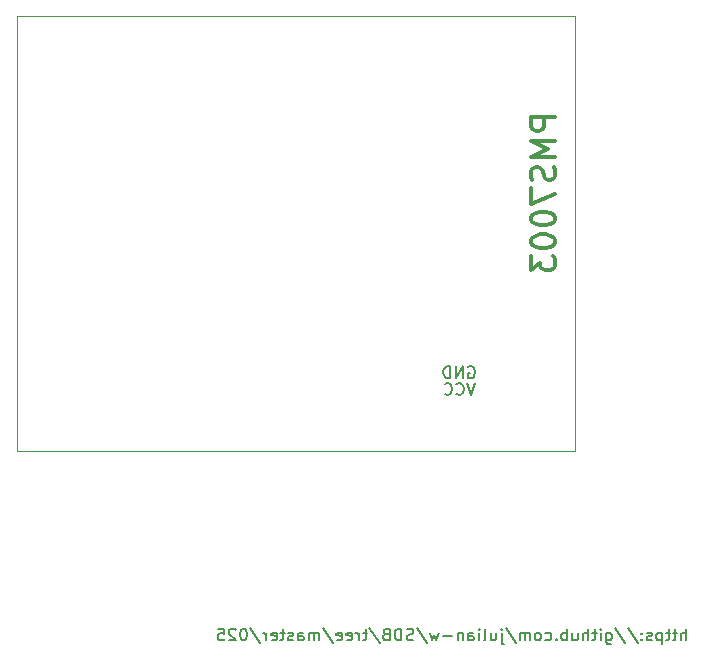
<source format=gbo>
G04 #@! TF.GenerationSoftware,KiCad,Pcbnew,(5.1.9)-1*
G04 #@! TF.CreationDate,2021-04-19T10:18:59+02:00*
G04 #@! TF.ProjectId,esp32-light-controller,65737033-322d-46c6-9967-68742d636f6e,rev?*
G04 #@! TF.SameCoordinates,Original*
G04 #@! TF.FileFunction,Legend,Bot*
G04 #@! TF.FilePolarity,Positive*
%FSLAX46Y46*%
G04 Gerber Fmt 4.6, Leading zero omitted, Abs format (unit mm)*
G04 Created by KiCad (PCBNEW (5.1.9)-1) date 2021-04-19 10:18:59*
%MOMM*%
%LPD*%
G01*
G04 APERTURE LIST*
%ADD10C,0.150000*%
%ADD11C,0.300000*%
%ADD12C,0.120000*%
%ADD13C,3.200000*%
%ADD14C,1.500000*%
%ADD15R,1.500000X1.500000*%
%ADD16C,1.000000*%
%ADD17O,1.700000X1.700000*%
%ADD18R,1.700000X1.700000*%
%ADD19C,4.000000*%
%ADD20C,1.600000*%
%ADD21R,1.600000X1.600000*%
%ADD22R,3.500000X3.500000*%
%ADD23C,2.400000*%
G04 APERTURE END LIST*
D10*
X119209523Y-147852380D02*
X119209523Y-146852380D01*
X118780952Y-147852380D02*
X118780952Y-147328571D01*
X118828571Y-147233333D01*
X118923809Y-147185714D01*
X119066666Y-147185714D01*
X119161904Y-147233333D01*
X119209523Y-147280952D01*
X118447619Y-147185714D02*
X118066666Y-147185714D01*
X118304761Y-146852380D02*
X118304761Y-147709523D01*
X118257142Y-147804761D01*
X118161904Y-147852380D01*
X118066666Y-147852380D01*
X117876190Y-147185714D02*
X117495238Y-147185714D01*
X117733333Y-146852380D02*
X117733333Y-147709523D01*
X117685714Y-147804761D01*
X117590476Y-147852380D01*
X117495238Y-147852380D01*
X117161904Y-147185714D02*
X117161904Y-148185714D01*
X117161904Y-147233333D02*
X117066666Y-147185714D01*
X116876190Y-147185714D01*
X116780952Y-147233333D01*
X116733333Y-147280952D01*
X116685714Y-147376190D01*
X116685714Y-147661904D01*
X116733333Y-147757142D01*
X116780952Y-147804761D01*
X116876190Y-147852380D01*
X117066666Y-147852380D01*
X117161904Y-147804761D01*
X116304761Y-147804761D02*
X116209523Y-147852380D01*
X116019047Y-147852380D01*
X115923809Y-147804761D01*
X115876190Y-147709523D01*
X115876190Y-147661904D01*
X115923809Y-147566666D01*
X116019047Y-147519047D01*
X116161904Y-147519047D01*
X116257142Y-147471428D01*
X116304761Y-147376190D01*
X116304761Y-147328571D01*
X116257142Y-147233333D01*
X116161904Y-147185714D01*
X116019047Y-147185714D01*
X115923809Y-147233333D01*
X115447619Y-147757142D02*
X115400000Y-147804761D01*
X115447619Y-147852380D01*
X115495238Y-147804761D01*
X115447619Y-147757142D01*
X115447619Y-147852380D01*
X115447619Y-147233333D02*
X115400000Y-147280952D01*
X115447619Y-147328571D01*
X115495238Y-147280952D01*
X115447619Y-147233333D01*
X115447619Y-147328571D01*
X114257142Y-146804761D02*
X115114285Y-148090476D01*
X113209523Y-146804761D02*
X114066666Y-148090476D01*
X112447619Y-147185714D02*
X112447619Y-147995238D01*
X112495238Y-148090476D01*
X112542857Y-148138095D01*
X112638095Y-148185714D01*
X112780952Y-148185714D01*
X112876190Y-148138095D01*
X112447619Y-147804761D02*
X112542857Y-147852380D01*
X112733333Y-147852380D01*
X112828571Y-147804761D01*
X112876190Y-147757142D01*
X112923809Y-147661904D01*
X112923809Y-147376190D01*
X112876190Y-147280952D01*
X112828571Y-147233333D01*
X112733333Y-147185714D01*
X112542857Y-147185714D01*
X112447619Y-147233333D01*
X111971428Y-147852380D02*
X111971428Y-147185714D01*
X111971428Y-146852380D02*
X112019047Y-146900000D01*
X111971428Y-146947619D01*
X111923809Y-146900000D01*
X111971428Y-146852380D01*
X111971428Y-146947619D01*
X111638095Y-147185714D02*
X111257142Y-147185714D01*
X111495238Y-146852380D02*
X111495238Y-147709523D01*
X111447619Y-147804761D01*
X111352380Y-147852380D01*
X111257142Y-147852380D01*
X110923809Y-147852380D02*
X110923809Y-146852380D01*
X110495238Y-147852380D02*
X110495238Y-147328571D01*
X110542857Y-147233333D01*
X110638095Y-147185714D01*
X110780952Y-147185714D01*
X110876190Y-147233333D01*
X110923809Y-147280952D01*
X109590476Y-147185714D02*
X109590476Y-147852380D01*
X110019047Y-147185714D02*
X110019047Y-147709523D01*
X109971428Y-147804761D01*
X109876190Y-147852380D01*
X109733333Y-147852380D01*
X109638095Y-147804761D01*
X109590476Y-147757142D01*
X109114285Y-147852380D02*
X109114285Y-146852380D01*
X109114285Y-147233333D02*
X109019047Y-147185714D01*
X108828571Y-147185714D01*
X108733333Y-147233333D01*
X108685714Y-147280952D01*
X108638095Y-147376190D01*
X108638095Y-147661904D01*
X108685714Y-147757142D01*
X108733333Y-147804761D01*
X108828571Y-147852380D01*
X109019047Y-147852380D01*
X109114285Y-147804761D01*
X108209523Y-147757142D02*
X108161904Y-147804761D01*
X108209523Y-147852380D01*
X108257142Y-147804761D01*
X108209523Y-147757142D01*
X108209523Y-147852380D01*
X107304761Y-147804761D02*
X107400000Y-147852380D01*
X107590476Y-147852380D01*
X107685714Y-147804761D01*
X107733333Y-147757142D01*
X107780952Y-147661904D01*
X107780952Y-147376190D01*
X107733333Y-147280952D01*
X107685714Y-147233333D01*
X107590476Y-147185714D01*
X107400000Y-147185714D01*
X107304761Y-147233333D01*
X106733333Y-147852380D02*
X106828571Y-147804761D01*
X106876190Y-147757142D01*
X106923809Y-147661904D01*
X106923809Y-147376190D01*
X106876190Y-147280952D01*
X106828571Y-147233333D01*
X106733333Y-147185714D01*
X106590476Y-147185714D01*
X106495238Y-147233333D01*
X106447619Y-147280952D01*
X106400000Y-147376190D01*
X106400000Y-147661904D01*
X106447619Y-147757142D01*
X106495238Y-147804761D01*
X106590476Y-147852380D01*
X106733333Y-147852380D01*
X105971428Y-147852380D02*
X105971428Y-147185714D01*
X105971428Y-147280952D02*
X105923809Y-147233333D01*
X105828571Y-147185714D01*
X105685714Y-147185714D01*
X105590476Y-147233333D01*
X105542857Y-147328571D01*
X105542857Y-147852380D01*
X105542857Y-147328571D02*
X105495238Y-147233333D01*
X105400000Y-147185714D01*
X105257142Y-147185714D01*
X105161904Y-147233333D01*
X105114285Y-147328571D01*
X105114285Y-147852380D01*
X103923809Y-146804761D02*
X104780952Y-148090476D01*
X103590476Y-147185714D02*
X103590476Y-148042857D01*
X103638095Y-148138095D01*
X103733333Y-148185714D01*
X103780952Y-148185714D01*
X103590476Y-146852380D02*
X103638095Y-146900000D01*
X103590476Y-146947619D01*
X103542857Y-146900000D01*
X103590476Y-146852380D01*
X103590476Y-146947619D01*
X102685714Y-147185714D02*
X102685714Y-147852380D01*
X103114285Y-147185714D02*
X103114285Y-147709523D01*
X103066666Y-147804761D01*
X102971428Y-147852380D01*
X102828571Y-147852380D01*
X102733333Y-147804761D01*
X102685714Y-147757142D01*
X102066666Y-147852380D02*
X102161904Y-147804761D01*
X102209523Y-147709523D01*
X102209523Y-146852380D01*
X101685714Y-147852380D02*
X101685714Y-147185714D01*
X101685714Y-146852380D02*
X101733333Y-146900000D01*
X101685714Y-146947619D01*
X101638095Y-146900000D01*
X101685714Y-146852380D01*
X101685714Y-146947619D01*
X100780952Y-147852380D02*
X100780952Y-147328571D01*
X100828571Y-147233333D01*
X100923809Y-147185714D01*
X101114285Y-147185714D01*
X101209523Y-147233333D01*
X100780952Y-147804761D02*
X100876190Y-147852380D01*
X101114285Y-147852380D01*
X101209523Y-147804761D01*
X101257142Y-147709523D01*
X101257142Y-147614285D01*
X101209523Y-147519047D01*
X101114285Y-147471428D01*
X100876190Y-147471428D01*
X100780952Y-147423809D01*
X100304761Y-147185714D02*
X100304761Y-147852380D01*
X100304761Y-147280952D02*
X100257142Y-147233333D01*
X100161904Y-147185714D01*
X100019047Y-147185714D01*
X99923809Y-147233333D01*
X99876190Y-147328571D01*
X99876190Y-147852380D01*
X99400000Y-147471428D02*
X98638095Y-147471428D01*
X98257142Y-147185714D02*
X98066666Y-147852380D01*
X97876190Y-147376190D01*
X97685714Y-147852380D01*
X97495238Y-147185714D01*
X96400000Y-146804761D02*
X97257142Y-148090476D01*
X96114285Y-147804761D02*
X95971428Y-147852380D01*
X95733333Y-147852380D01*
X95638095Y-147804761D01*
X95590476Y-147757142D01*
X95542857Y-147661904D01*
X95542857Y-147566666D01*
X95590476Y-147471428D01*
X95638095Y-147423809D01*
X95733333Y-147376190D01*
X95923809Y-147328571D01*
X96019047Y-147280952D01*
X96066666Y-147233333D01*
X96114285Y-147138095D01*
X96114285Y-147042857D01*
X96066666Y-146947619D01*
X96019047Y-146900000D01*
X95923809Y-146852380D01*
X95685714Y-146852380D01*
X95542857Y-146900000D01*
X95114285Y-147852380D02*
X95114285Y-146852380D01*
X94876190Y-146852380D01*
X94733333Y-146900000D01*
X94638095Y-146995238D01*
X94590476Y-147090476D01*
X94542857Y-147280952D01*
X94542857Y-147423809D01*
X94590476Y-147614285D01*
X94638095Y-147709523D01*
X94733333Y-147804761D01*
X94876190Y-147852380D01*
X95114285Y-147852380D01*
X93780952Y-147328571D02*
X93638095Y-147376190D01*
X93590476Y-147423809D01*
X93542857Y-147519047D01*
X93542857Y-147661904D01*
X93590476Y-147757142D01*
X93638095Y-147804761D01*
X93733333Y-147852380D01*
X94114285Y-147852380D01*
X94114285Y-146852380D01*
X93780952Y-146852380D01*
X93685714Y-146900000D01*
X93638095Y-146947619D01*
X93590476Y-147042857D01*
X93590476Y-147138095D01*
X93638095Y-147233333D01*
X93685714Y-147280952D01*
X93780952Y-147328571D01*
X94114285Y-147328571D01*
X92400000Y-146804761D02*
X93257142Y-148090476D01*
X92209523Y-147185714D02*
X91828571Y-147185714D01*
X92066666Y-146852380D02*
X92066666Y-147709523D01*
X92019047Y-147804761D01*
X91923809Y-147852380D01*
X91828571Y-147852380D01*
X91495238Y-147852380D02*
X91495238Y-147185714D01*
X91495238Y-147376190D02*
X91447619Y-147280952D01*
X91400000Y-147233333D01*
X91304761Y-147185714D01*
X91209523Y-147185714D01*
X90495238Y-147804761D02*
X90590476Y-147852380D01*
X90780952Y-147852380D01*
X90876190Y-147804761D01*
X90923809Y-147709523D01*
X90923809Y-147328571D01*
X90876190Y-147233333D01*
X90780952Y-147185714D01*
X90590476Y-147185714D01*
X90495238Y-147233333D01*
X90447619Y-147328571D01*
X90447619Y-147423809D01*
X90923809Y-147519047D01*
X89638095Y-147804761D02*
X89733333Y-147852380D01*
X89923809Y-147852380D01*
X90019047Y-147804761D01*
X90066666Y-147709523D01*
X90066666Y-147328571D01*
X90019047Y-147233333D01*
X89923809Y-147185714D01*
X89733333Y-147185714D01*
X89638095Y-147233333D01*
X89590476Y-147328571D01*
X89590476Y-147423809D01*
X90066666Y-147519047D01*
X88447619Y-146804761D02*
X89304761Y-148090476D01*
X88114285Y-147852380D02*
X88114285Y-147185714D01*
X88114285Y-147280952D02*
X88066666Y-147233333D01*
X87971428Y-147185714D01*
X87828571Y-147185714D01*
X87733333Y-147233333D01*
X87685714Y-147328571D01*
X87685714Y-147852380D01*
X87685714Y-147328571D02*
X87638095Y-147233333D01*
X87542857Y-147185714D01*
X87400000Y-147185714D01*
X87304761Y-147233333D01*
X87257142Y-147328571D01*
X87257142Y-147852380D01*
X86352380Y-147852380D02*
X86352380Y-147328571D01*
X86400000Y-147233333D01*
X86495238Y-147185714D01*
X86685714Y-147185714D01*
X86780952Y-147233333D01*
X86352380Y-147804761D02*
X86447619Y-147852380D01*
X86685714Y-147852380D01*
X86780952Y-147804761D01*
X86828571Y-147709523D01*
X86828571Y-147614285D01*
X86780952Y-147519047D01*
X86685714Y-147471428D01*
X86447619Y-147471428D01*
X86352380Y-147423809D01*
X85923809Y-147804761D02*
X85828571Y-147852380D01*
X85638095Y-147852380D01*
X85542857Y-147804761D01*
X85495238Y-147709523D01*
X85495238Y-147661904D01*
X85542857Y-147566666D01*
X85638095Y-147519047D01*
X85780952Y-147519047D01*
X85876190Y-147471428D01*
X85923809Y-147376190D01*
X85923809Y-147328571D01*
X85876190Y-147233333D01*
X85780952Y-147185714D01*
X85638095Y-147185714D01*
X85542857Y-147233333D01*
X85209523Y-147185714D02*
X84828571Y-147185714D01*
X85066666Y-146852380D02*
X85066666Y-147709523D01*
X85019047Y-147804761D01*
X84923809Y-147852380D01*
X84828571Y-147852380D01*
X84114285Y-147804761D02*
X84209523Y-147852380D01*
X84400000Y-147852380D01*
X84495238Y-147804761D01*
X84542857Y-147709523D01*
X84542857Y-147328571D01*
X84495238Y-147233333D01*
X84400000Y-147185714D01*
X84209523Y-147185714D01*
X84114285Y-147233333D01*
X84066666Y-147328571D01*
X84066666Y-147423809D01*
X84542857Y-147519047D01*
X83638095Y-147852380D02*
X83638095Y-147185714D01*
X83638095Y-147376190D02*
X83590476Y-147280952D01*
X83542857Y-147233333D01*
X83447619Y-147185714D01*
X83352380Y-147185714D01*
X82304761Y-146804761D02*
X83161904Y-148090476D01*
X81780952Y-146852380D02*
X81685714Y-146852380D01*
X81590476Y-146900000D01*
X81542857Y-146947619D01*
X81495238Y-147042857D01*
X81447619Y-147233333D01*
X81447619Y-147471428D01*
X81495238Y-147661904D01*
X81542857Y-147757142D01*
X81590476Y-147804761D01*
X81685714Y-147852380D01*
X81780952Y-147852380D01*
X81876190Y-147804761D01*
X81923809Y-147757142D01*
X81971428Y-147661904D01*
X82019047Y-147471428D01*
X82019047Y-147233333D01*
X81971428Y-147042857D01*
X81923809Y-146947619D01*
X81876190Y-146900000D01*
X81780952Y-146852380D01*
X81066666Y-146947619D02*
X81019047Y-146900000D01*
X80923809Y-146852380D01*
X80685714Y-146852380D01*
X80590476Y-146900000D01*
X80542857Y-146947619D01*
X80495238Y-147042857D01*
X80495238Y-147138095D01*
X80542857Y-147280952D01*
X81114285Y-147852380D01*
X80495238Y-147852380D01*
X79590476Y-146852380D02*
X80066666Y-146852380D01*
X80114285Y-147328571D01*
X80066666Y-147280952D01*
X79971428Y-147233333D01*
X79733333Y-147233333D01*
X79638095Y-147280952D01*
X79590476Y-147328571D01*
X79542857Y-147423809D01*
X79542857Y-147661904D01*
X79590476Y-147757142D01*
X79638095Y-147804761D01*
X79733333Y-147852380D01*
X79971428Y-147852380D01*
X80066666Y-147804761D01*
X80114285Y-147757142D01*
X100761904Y-124700000D02*
X100857142Y-124652380D01*
X101000000Y-124652380D01*
X101142857Y-124700000D01*
X101238095Y-124795238D01*
X101285714Y-124890476D01*
X101333333Y-125080952D01*
X101333333Y-125223809D01*
X101285714Y-125414285D01*
X101238095Y-125509523D01*
X101142857Y-125604761D01*
X101000000Y-125652380D01*
X100904761Y-125652380D01*
X100761904Y-125604761D01*
X100714285Y-125557142D01*
X100714285Y-125223809D01*
X100904761Y-125223809D01*
X100285714Y-125652380D02*
X100285714Y-124652380D01*
X99714285Y-125652380D01*
X99714285Y-124652380D01*
X99238095Y-125652380D02*
X99238095Y-124652380D01*
X99000000Y-124652380D01*
X98857142Y-124700000D01*
X98761904Y-124795238D01*
X98714285Y-124890476D01*
X98666666Y-125080952D01*
X98666666Y-125223809D01*
X98714285Y-125414285D01*
X98761904Y-125509523D01*
X98857142Y-125604761D01*
X99000000Y-125652380D01*
X99238095Y-125652380D01*
X101333333Y-126052380D02*
X101000000Y-127052380D01*
X100666666Y-126052380D01*
X99761904Y-126957142D02*
X99809523Y-127004761D01*
X99952380Y-127052380D01*
X100047619Y-127052380D01*
X100190476Y-127004761D01*
X100285714Y-126909523D01*
X100333333Y-126814285D01*
X100380952Y-126623809D01*
X100380952Y-126480952D01*
X100333333Y-126290476D01*
X100285714Y-126195238D01*
X100190476Y-126100000D01*
X100047619Y-126052380D01*
X99952380Y-126052380D01*
X99809523Y-126100000D01*
X99761904Y-126147619D01*
X98761904Y-126957142D02*
X98809523Y-127004761D01*
X98952380Y-127052380D01*
X99047619Y-127052380D01*
X99190476Y-127004761D01*
X99285714Y-126909523D01*
X99333333Y-126814285D01*
X99380952Y-126623809D01*
X99380952Y-126480952D01*
X99333333Y-126290476D01*
X99285714Y-126195238D01*
X99190476Y-126100000D01*
X99047619Y-126052380D01*
X98952380Y-126052380D01*
X98809523Y-126100000D01*
X98761904Y-126147619D01*
D11*
X108104761Y-103571428D02*
X106104761Y-103571428D01*
X106104761Y-104333333D01*
X106200000Y-104523809D01*
X106295238Y-104619047D01*
X106485714Y-104714285D01*
X106771428Y-104714285D01*
X106961904Y-104619047D01*
X107057142Y-104523809D01*
X107152380Y-104333333D01*
X107152380Y-103571428D01*
X108104761Y-105571428D02*
X106104761Y-105571428D01*
X107533333Y-106238095D01*
X106104761Y-106904761D01*
X108104761Y-106904761D01*
X108009523Y-107761904D02*
X108104761Y-108047619D01*
X108104761Y-108523809D01*
X108009523Y-108714285D01*
X107914285Y-108809523D01*
X107723809Y-108904761D01*
X107533333Y-108904761D01*
X107342857Y-108809523D01*
X107247619Y-108714285D01*
X107152380Y-108523809D01*
X107057142Y-108142857D01*
X106961904Y-107952380D01*
X106866666Y-107857142D01*
X106676190Y-107761904D01*
X106485714Y-107761904D01*
X106295238Y-107857142D01*
X106200000Y-107952380D01*
X106104761Y-108142857D01*
X106104761Y-108619047D01*
X106200000Y-108904761D01*
X106104761Y-109571428D02*
X106104761Y-110904761D01*
X108104761Y-110047619D01*
X106104761Y-112047619D02*
X106104761Y-112238095D01*
X106200000Y-112428571D01*
X106295238Y-112523809D01*
X106485714Y-112619047D01*
X106866666Y-112714285D01*
X107342857Y-112714285D01*
X107723809Y-112619047D01*
X107914285Y-112523809D01*
X108009523Y-112428571D01*
X108104761Y-112238095D01*
X108104761Y-112047619D01*
X108009523Y-111857142D01*
X107914285Y-111761904D01*
X107723809Y-111666666D01*
X107342857Y-111571428D01*
X106866666Y-111571428D01*
X106485714Y-111666666D01*
X106295238Y-111761904D01*
X106200000Y-111857142D01*
X106104761Y-112047619D01*
X106104761Y-113952380D02*
X106104761Y-114142857D01*
X106200000Y-114333333D01*
X106295238Y-114428571D01*
X106485714Y-114523809D01*
X106866666Y-114619047D01*
X107342857Y-114619047D01*
X107723809Y-114523809D01*
X107914285Y-114428571D01*
X108009523Y-114333333D01*
X108104761Y-114142857D01*
X108104761Y-113952380D01*
X108009523Y-113761904D01*
X107914285Y-113666666D01*
X107723809Y-113571428D01*
X107342857Y-113476190D01*
X106866666Y-113476190D01*
X106485714Y-113571428D01*
X106295238Y-113666666D01*
X106200000Y-113761904D01*
X106104761Y-113952380D01*
X106104761Y-115285714D02*
X106104761Y-116523809D01*
X106866666Y-115857142D01*
X106866666Y-116142857D01*
X106961904Y-116333333D01*
X107057142Y-116428571D01*
X107247619Y-116523809D01*
X107723809Y-116523809D01*
X107914285Y-116428571D01*
X108009523Y-116333333D01*
X108104761Y-116142857D01*
X108104761Y-115571428D01*
X108009523Y-115380952D01*
X107914285Y-115285714D01*
D12*
X62600000Y-131800000D02*
X109800000Y-131800000D01*
X62600000Y-95000000D02*
X62600000Y-131800000D01*
X109800000Y-95000000D02*
X62600000Y-95000000D01*
X109800000Y-131800000D02*
X109800000Y-95000000D01*
%LPC*%
D13*
X55000000Y-145000000D03*
X183000000Y-60000000D03*
X183000000Y-145000000D03*
X55000000Y-60000000D03*
D14*
X114720000Y-136500000D03*
X112180000Y-136500000D03*
X109640000Y-136500000D03*
D15*
X107100000Y-136500000D03*
D16*
X103320000Y-126440000D03*
X103320000Y-125170000D03*
X103320000Y-123900000D03*
X103320000Y-122630000D03*
X103320000Y-121360000D03*
X104480000Y-121360000D03*
X104480000Y-122630000D03*
X104480000Y-123900000D03*
X104480000Y-125170000D03*
X104480000Y-126440000D03*
D17*
X53600000Y-85440000D03*
X53600000Y-82900000D03*
X53600000Y-80360000D03*
X53600000Y-77820000D03*
X53600000Y-75280000D03*
X53600000Y-72740000D03*
D18*
X53600000Y-70200000D03*
D19*
X91959338Y-66460000D03*
X91959338Y-91460000D03*
D20*
X93379338Y-83115000D03*
X93379338Y-80345000D03*
X93379338Y-77575000D03*
X93379338Y-74805000D03*
X90539338Y-84500000D03*
X90539338Y-81730000D03*
X90539338Y-78960000D03*
X90539338Y-76190000D03*
D21*
X90539338Y-73420000D03*
D19*
X121829338Y-66620000D03*
X121829338Y-91620000D03*
D20*
X123249338Y-83275000D03*
X123249338Y-80505000D03*
X123249338Y-77735000D03*
X123249338Y-74965000D03*
X120409338Y-84660000D03*
X120409338Y-81890000D03*
X120409338Y-79120000D03*
X120409338Y-76350000D03*
D21*
X120409338Y-73580000D03*
D19*
X121849338Y-99680000D03*
X121849338Y-124680000D03*
D20*
X123269338Y-116335000D03*
X123269338Y-113565000D03*
X123269338Y-110795000D03*
X123269338Y-108025000D03*
X120429338Y-117720000D03*
X120429338Y-114950000D03*
X120429338Y-112180000D03*
X120429338Y-109410000D03*
D21*
X120429338Y-106640000D03*
D19*
X150829338Y-66530000D03*
X150829338Y-91530000D03*
D20*
X152249338Y-83185000D03*
X152249338Y-80415000D03*
X152249338Y-77645000D03*
X152249338Y-74875000D03*
X149409338Y-84570000D03*
X149409338Y-81800000D03*
X149409338Y-79030000D03*
X149409338Y-76260000D03*
D21*
X149409338Y-73490000D03*
D19*
X178989338Y-66680000D03*
X178989338Y-91680000D03*
D20*
X180409338Y-83335000D03*
X180409338Y-80565000D03*
X180409338Y-77795000D03*
X180409338Y-75025000D03*
X177569338Y-84720000D03*
X177569338Y-81950000D03*
X177569338Y-79180000D03*
X177569338Y-76410000D03*
D21*
X177569338Y-73640000D03*
D19*
X179079338Y-99690000D03*
X179079338Y-124690000D03*
D20*
X180499338Y-116345000D03*
X180499338Y-113575000D03*
X180499338Y-110805000D03*
X180499338Y-108035000D03*
X177659338Y-117730000D03*
X177659338Y-114960000D03*
X177659338Y-112190000D03*
X177659338Y-109420000D03*
D21*
X177659338Y-106650000D03*
G36*
G01*
X132625000Y-64450000D02*
X134375000Y-64450000D01*
G75*
G02*
X135250000Y-65325000I0J-875000D01*
G01*
X135250000Y-67075000D01*
G75*
G02*
X134375000Y-67950000I-875000J0D01*
G01*
X132625000Y-67950000D01*
G75*
G02*
X131750000Y-67075000I0J875000D01*
G01*
X131750000Y-65325000D01*
G75*
G02*
X132625000Y-64450000I875000J0D01*
G01*
G37*
G36*
G01*
X137200000Y-61700000D02*
X139200000Y-61700000D01*
G75*
G02*
X139950000Y-62450000I0J-750000D01*
G01*
X139950000Y-63950000D01*
G75*
G02*
X139200000Y-64700000I-750000J0D01*
G01*
X137200000Y-64700000D01*
G75*
G02*
X136450000Y-63950000I0J750000D01*
G01*
X136450000Y-62450000D01*
G75*
G02*
X137200000Y-61700000I750000J0D01*
G01*
G37*
D22*
X138200000Y-69200000D03*
D17*
X157150000Y-146600000D03*
X159690000Y-146600000D03*
X162230000Y-146600000D03*
X164770000Y-146600000D03*
X167310000Y-146600000D03*
D18*
X169850000Y-146600000D03*
D23*
X124160000Y-59000000D03*
G36*
G01*
X119000000Y-59950000D02*
X119000000Y-58050000D01*
G75*
G02*
X119250000Y-57800000I250000J0D01*
G01*
X121150000Y-57800000D01*
G75*
G02*
X121400000Y-58050000I0J-250000D01*
G01*
X121400000Y-59950000D01*
G75*
G02*
X121150000Y-60200000I-250000J0D01*
G01*
X119250000Y-60200000D01*
G75*
G02*
X119000000Y-59950000I0J250000D01*
G01*
G37*
D17*
X69310000Y-58450000D03*
X71850000Y-58450000D03*
D18*
X74390000Y-58450000D03*
D17*
X69270000Y-63950000D03*
X71810000Y-63950000D03*
D18*
X74350000Y-63950000D03*
D17*
X53200000Y-91960000D03*
D18*
X53200000Y-94500000D03*
D17*
X140600000Y-119520000D03*
X140600000Y-122060000D03*
X140600000Y-124600000D03*
D18*
X140600000Y-127140000D03*
D19*
X98500000Y-139110000D03*
X86500000Y-139110000D03*
D20*
X93750000Y-136250000D03*
X91250000Y-136250000D03*
X91250000Y-134250000D03*
D21*
X93750000Y-134250000D03*
M02*

</source>
